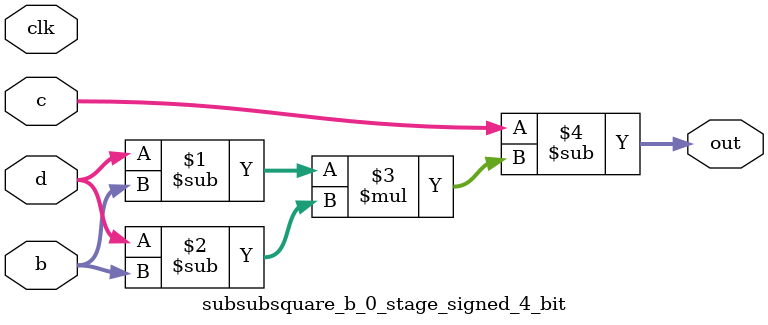
<source format=sv>
(* use_dsp = "yes" *) module subsubsquare_b_0_stage_signed_4_bit(
	input signed [3:0] b,
	input signed [3:0] c,
	input signed [3:0] d,
	output [3:0] out,
	input clk);

	assign out = c - ((d - b) * (d - b));
endmodule

</source>
